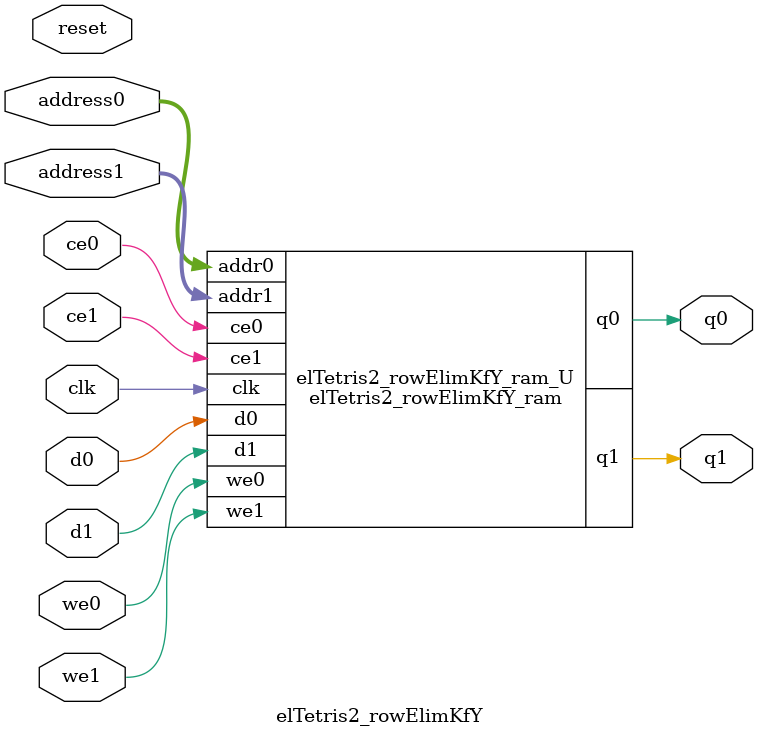
<source format=v>

`timescale 1 ns / 1 ps
module elTetris2_rowElimKfY_ram (addr0, ce0, d0, we0, q0, addr1, ce1, d1, we1, q1,  clk);

parameter DWIDTH = 1;
parameter AWIDTH = 10;
parameter MEM_SIZE = 800;

input[AWIDTH-1:0] addr0;
input ce0;
input[DWIDTH-1:0] d0;
input we0;
output reg[DWIDTH-1:0] q0;
input[AWIDTH-1:0] addr1;
input ce1;
input[DWIDTH-1:0] d1;
input we1;
output reg[DWIDTH-1:0] q1;
input clk;

(* ram_style = "block" *)reg [DWIDTH-1:0] ram[0:MEM_SIZE-1];




always @(posedge clk)  
begin 
    if (ce0) 
    begin
        if (we0) 
        begin 
            ram[addr0] <= d0; 
            q0 <= d0;
        end 
        else 
            q0 <= ram[addr0];
    end
end


always @(posedge clk)  
begin 
    if (ce1) 
    begin
        if (we1) 
        begin 
            ram[addr1] <= d1; 
            q1 <= d1;
        end 
        else 
            q1 <= ram[addr1];
    end
end


endmodule


`timescale 1 ns / 1 ps
module elTetris2_rowElimKfY(
    reset,
    clk,
    address0,
    ce0,
    we0,
    d0,
    q0,
    address1,
    ce1,
    we1,
    d1,
    q1);

parameter DataWidth = 32'd1;
parameter AddressRange = 32'd800;
parameter AddressWidth = 32'd10;
input reset;
input clk;
input[AddressWidth - 1:0] address0;
input ce0;
input we0;
input[DataWidth - 1:0] d0;
output[DataWidth - 1:0] q0;
input[AddressWidth - 1:0] address1;
input ce1;
input we1;
input[DataWidth - 1:0] d1;
output[DataWidth - 1:0] q1;



elTetris2_rowElimKfY_ram elTetris2_rowElimKfY_ram_U(
    .clk( clk ),
    .addr0( address0 ),
    .ce0( ce0 ),
    .d0( d0 ),
    .we0( we0 ),
    .q0( q0 ),
    .addr1( address1 ),
    .ce1( ce1 ),
    .d1( d1 ),
    .we1( we1 ),
    .q1( q1 ));

endmodule


</source>
